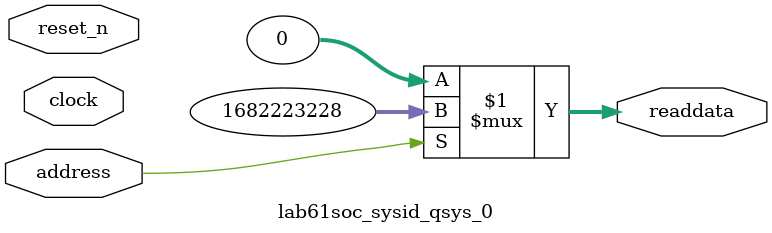
<source format=v>



// synthesis translate_off
`timescale 1ns / 1ps
// synthesis translate_on

// turn off superfluous verilog processor warnings 
// altera message_level Level1 
// altera message_off 10034 10035 10036 10037 10230 10240 10030 

module lab61soc_sysid_qsys_0 (
               // inputs:
                address,
                clock,
                reset_n,

               // outputs:
                readdata
             )
;

  output  [ 31: 0] readdata;
  input            address;
  input            clock;
  input            reset_n;

  wire    [ 31: 0] readdata;
  //control_slave, which is an e_avalon_slave
  assign readdata = address ? 1682223228 : 0;

endmodule



</source>
